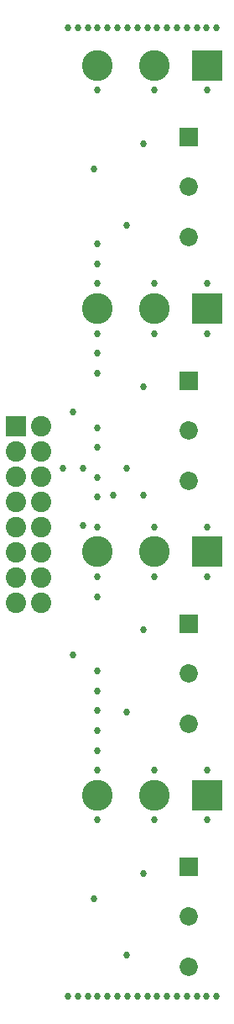
<source format=gbs>
%FSLAX33Y33*%
%MOMM*%
%AMRect-W3100000-H3100000-RO1.500*
21,1,3.1,3.1,0.,0.,90*%
%ADD10C,0.68834*%
%ADD11C,3.1*%
%ADD12Rect-W3100000-H3100000-RO1.500*%
%ADD13C,1.85*%
%ADD14R,1.85X1.85*%
%ADD15R,2.049999X2.049999*%
%ADD16C,2.049999*%
D10*
%LNbottom solder mask_traces*%
G01*
X23000Y1500D03*
X16000Y99000D03*
X9500Y60345D03*
X17750Y43750D03*
X16650Y13885D03*
X18000Y1500D03*
X24000Y99000D03*
X14950Y54650D03*
X11950Y41750D03*
X11950Y58750D03*
X11950Y53750D03*
X11950Y92750D03*
X14950Y30150D03*
X11950Y19250D03*
X13550Y51920D03*
X23050Y48750D03*
X11950Y24250D03*
X17750Y24250D03*
X19000Y99000D03*
X11950Y64250D03*
X17750Y92750D03*
X23050Y73250D03*
X21000Y99000D03*
X12000Y99000D03*
X10000Y99000D03*
X11000Y99000D03*
X11950Y73250D03*
X17750Y73250D03*
X11950Y75250D03*
X15000Y1500D03*
X16000Y1500D03*
X14950Y5650D03*
X17000Y1500D03*
X16650Y51920D03*
X23050Y19250D03*
X19000Y1500D03*
X16650Y87385D03*
X16650Y62885D03*
X18000Y99000D03*
X11950Y48750D03*
X11950Y68250D03*
X10500Y48900D03*
X13000Y1500D03*
X23000Y99000D03*
X11950Y34240D03*
X11950Y26250D03*
X16650Y38385D03*
X11600Y84845D03*
X23050Y92750D03*
X11600Y11345D03*
X24000Y1500D03*
X9000Y99000D03*
X13000Y99000D03*
X17750Y68250D03*
X22000Y1500D03*
X11950Y56750D03*
X23050Y68250D03*
X20000Y99000D03*
X22000Y99000D03*
X21000Y1500D03*
X11950Y28240D03*
X23050Y43750D03*
X9000Y1500D03*
X14950Y79150D03*
X23050Y24250D03*
X15000Y99000D03*
X14000Y99000D03*
X9500Y35845D03*
X11950Y32240D03*
X11950Y77250D03*
X17750Y48750D03*
X20000Y1500D03*
X11000Y1500D03*
X11950Y30240D03*
X17750Y19250D03*
X10000Y1500D03*
X11950Y66250D03*
X11950Y43750D03*
X10500Y54650D03*
X8450Y54650D03*
X17000Y99000D03*
X12000Y1500D03*
X11950Y51750D03*
X14000Y1500D03*
%LNbottom solder mask component 0ad7e8ae81e927d5*%
D11*
X17750Y70750D03*
X11950Y70750D03*
D12*
X23050Y70750D03*
%LNbottom solder mask component 63f92f49c0d789ba*%
D13*
X21200Y77920D03*
X21200Y83000D03*
D14*
X21200Y88000D03*
%LNbottom solder mask component 342f6c2ee5101998*%
D15*
X3730Y58890D03*
D16*
X3730Y56350D03*
X3730Y53810D03*
X3730Y51270D03*
X3730Y48730D03*
X3730Y46190D03*
X3730Y43650D03*
X3730Y41110D03*
X6270Y58890D03*
X6270Y56350D03*
X6270Y53810D03*
X6270Y51270D03*
X6270Y48730D03*
X6270Y46190D03*
X6270Y43650D03*
X6270Y41110D03*
%LNbottom solder mask component f7b1e4ff4598025d*%
D13*
X21200Y53420D03*
X21200Y58500D03*
D14*
X21200Y63500D03*
%LNbottom solder mask component 9d6c2c66087e3285*%
D11*
X17750Y95250D03*
X11950Y95250D03*
D12*
X23050Y95250D03*
%LNbottom solder mask component be58aacc16939a2a*%
D11*
X17750Y46250D03*
X11950Y46250D03*
D12*
X23050Y46250D03*
%LNbottom solder mask component 06eb1e308c3147ac*%
D13*
X21200Y28920D03*
X21200Y34000D03*
D14*
X21200Y39000D03*
%LNbottom solder mask component 429111ad9cdb4e16*%
D11*
X17750Y21750D03*
X11950Y21750D03*
D12*
X23050Y21750D03*
%LNbottom solder mask component a69faa7c95684c53*%
D13*
X21200Y4420D03*
X21200Y9500D03*
D14*
X21200Y14500D03*
M02*
</source>
